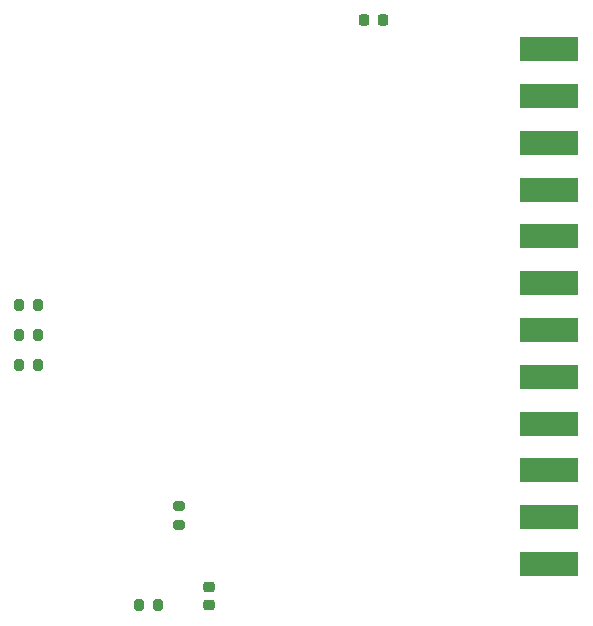
<source format=gtp>
%TF.GenerationSoftware,KiCad,Pcbnew,(6.0.0)*%
%TF.CreationDate,2022-08-18T22:07:18-04:00*%
%TF.ProjectId,gpib breakout,67706962-2062-4726-9561-6b6f75742e6b,rev?*%
%TF.SameCoordinates,Original*%
%TF.FileFunction,Paste,Top*%
%TF.FilePolarity,Positive*%
%FSLAX46Y46*%
G04 Gerber Fmt 4.6, Leading zero omitted, Abs format (unit mm)*
G04 Created by KiCad (PCBNEW (6.0.0)) date 2022-08-18 22:07:18*
%MOMM*%
%LPD*%
G01*
G04 APERTURE LIST*
G04 Aperture macros list*
%AMRoundRect*
0 Rectangle with rounded corners*
0 $1 Rounding radius*
0 $2 $3 $4 $5 $6 $7 $8 $9 X,Y pos of 4 corners*
0 Add a 4 corners polygon primitive as box body*
4,1,4,$2,$3,$4,$5,$6,$7,$8,$9,$2,$3,0*
0 Add four circle primitives for the rounded corners*
1,1,$1+$1,$2,$3*
1,1,$1+$1,$4,$5*
1,1,$1+$1,$6,$7*
1,1,$1+$1,$8,$9*
0 Add four rect primitives between the rounded corners*
20,1,$1+$1,$2,$3,$4,$5,0*
20,1,$1+$1,$4,$5,$6,$7,0*
20,1,$1+$1,$6,$7,$8,$9,0*
20,1,$1+$1,$8,$9,$2,$3,0*%
G04 Aperture macros list end*
%ADD10RoundRect,0.225000X-0.225000X-0.250000X0.225000X-0.250000X0.225000X0.250000X-0.225000X0.250000X0*%
%ADD11RoundRect,0.200000X-0.275000X0.200000X-0.275000X-0.200000X0.275000X-0.200000X0.275000X0.200000X0*%
%ADD12RoundRect,0.200000X-0.200000X-0.275000X0.200000X-0.275000X0.200000X0.275000X-0.200000X0.275000X0*%
%ADD13RoundRect,0.200000X0.200000X0.275000X-0.200000X0.275000X-0.200000X-0.275000X0.200000X-0.275000X0*%
%ADD14R,5.000000X2.000000*%
%ADD15RoundRect,0.225000X0.250000X-0.225000X0.250000X0.225000X-0.250000X0.225000X-0.250000X-0.225000X0*%
G04 APERTURE END LIST*
D10*
%TO.C,C1*%
X222745000Y-71120000D03*
X224295000Y-71120000D03*
%TD*%
D11*
%TO.C,R4*%
X207010000Y-112205000D03*
X207010000Y-113855000D03*
%TD*%
D12*
%TO.C,R3*%
X193485000Y-95250000D03*
X195135000Y-95250000D03*
%TD*%
D13*
%TO.C,R5*%
X205295000Y-120650000D03*
X203645000Y-120650000D03*
%TD*%
D14*
%TO.C,J1*%
X238390500Y-73575000D03*
X238400500Y-77525000D03*
X238400500Y-81485000D03*
X238410500Y-85445000D03*
X238400500Y-89405000D03*
X238400500Y-93365000D03*
X238410500Y-97325000D03*
X238400500Y-101285000D03*
X238400500Y-105245000D03*
X238400500Y-109205000D03*
X238400500Y-113165000D03*
X238400500Y-117125000D03*
%TD*%
D15*
%TO.C,C2*%
X209550000Y-120650000D03*
X209550000Y-119100000D03*
%TD*%
D12*
%TO.C,R2*%
X193485000Y-97790000D03*
X195135000Y-97790000D03*
%TD*%
%TO.C,R1*%
X193485000Y-100330000D03*
X195135000Y-100330000D03*
%TD*%
M02*

</source>
